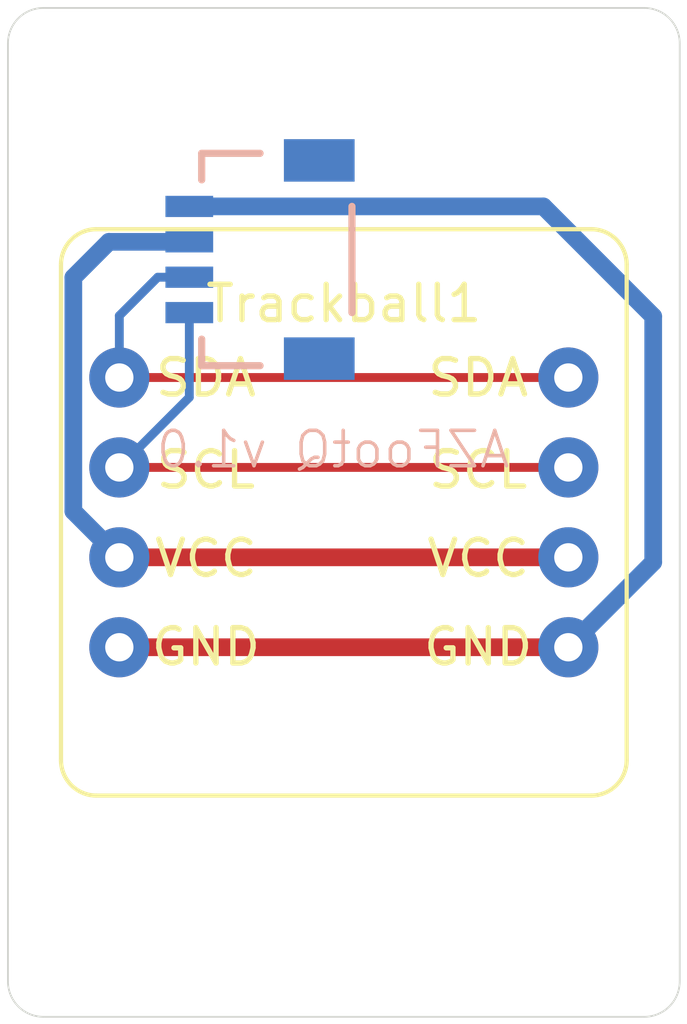
<source format=kicad_pcb>
(kicad_pcb (version 20241229) (generator "pcbnew") (generator_version "9.0")
  (layers (0 "F.Cu" signal) (2 "B.Cu" signal) (13 "F.Paste" user) (15 "B.Paste" user) (5 "F.SilkS" user "F.Silkscreen") (7 "B.SilkS" user "B.Silkscreen") (1 "F.Mask" user) (3 "B.Mask" user) (25 "Edge.Cuts" user))
  (net 0 "")
  (net 1 "VCC")
  (net 2 "SCL")
  (net 3 "GND")
  (net 4 "SDA")
  (footprint "kicad:AZ1UBALL" (layer "F.Cu") (at 30.9563 101.2031)
    (property "Reference" "Trackball1" (at 0 -5.9 180) (layer "F.SilkS"))
    (property "Value" "az1uball")
    (fp_line (start -8 7) (end -8 -7) (stroke (width 0.12)) (layer "F.SilkS"))
    (fp_line (start -7 -8) (end 7 -8) (stroke (width 0.12)) (layer "F.SilkS"))
    (fp_line (start 7 8) (end -7 8) (stroke (width 0.12)) (layer "F.SilkS"))
    (fp_line (start 8 -7) (end 8 7) (stroke (width 0.12)) (layer "F.SilkS"))
    (fp_arc (start -8 -7) (mid -7.707107 -7.707107) (end -7 -8) (stroke (width 0.12)) (layer "F.SilkS"))
    (fp_arc (start -7 8) (mid -7.707107 7.707107) (end -8 7) (stroke (width 0.12)) (layer "F.SilkS"))
    (fp_arc (start 7 -8) (mid 7.707107 -7.707107) (end 8 -7) (stroke (width 0.12)) (layer "F.SilkS"))
    (fp_arc (start 8 7) (mid 7.707107 7.707107) (end 7 8) (stroke (width 0.12)) (layer "F.SilkS"))
    (fp_text user "SCL" (at 3.8 -1.2 0) (layer "F.SilkS"))
    (fp_text user "VCC" (at 3.8 1.3 0) (layer "F.SilkS"))
    (fp_text user "SDA" (at 3.8 -3.8 0) (layer "F.SilkS"))
    (fp_text user "GND" (at -3.9 3.8 0) (layer "F.SilkS"))
    (fp_text user "SDA" (at -3.9 -3.8 0) (layer "F.SilkS"))
    (fp_text user "VCC" (at -3.9 1.3 0) (layer "F.SilkS"))
    (fp_text user "GND" (at 3.8 3.8 0) (layer "F.SilkS"))
    (fp_text user "SCL" (at -3.9 -1.2 0) (layer "F.SilkS"))
    (pad "1" thru_hole circle (at -6.35 -3.81) (size 1.7 1.7) (drill 0.8) (layers "*.Cu" "*.Mask") (net 4 "SDA"))
    (pad "1" thru_hole circle (at 6.35 -3.81) (size 1.7 1.7) (drill 0.8) (layers "*.Cu" "*.Mask") (net 4 "SDA"))
    (pad "2" thru_hole circle (at -6.35 -1.27) (size 1.7 1.7) (drill 0.8) (layers "*.Cu" "*.Mask") (net 2 "SCL"))
    (pad "2" thru_hole circle (at 6.35 -1.27) (size 1.7 1.7) (drill 0.8) (layers "*.Cu" "*.Mask") (net 2 "SCL"))
    (pad "3" thru_hole circle (at -6.35 1.27) (size 1.7 1.7) (drill 0.8) (layers "*.Cu" "*.Mask") (net 1 "VCC"))
    (pad "3" thru_hole circle (at 6.35 1.27) (size 1.7 1.7) (drill 0.8) (layers "*.Cu" "*.Mask") (net 1 "VCC"))
    (pad "4" thru_hole circle (at -6.35 3.81) (size 1.7 1.7) (drill 0.8) (layers "*.Cu" "*.Mask") (net 3 "GND"))
    (pad "4" thru_hole circle (at 6.35 3.81) (size 1.7 1.7) (drill 0.8) (layers "*.Cu" "*.Mask") (net 3 "GND"))
  )
  (footprint "Rikkodo_FootPrint:rkd_Point_Cut" (layer "F.Cu") (at 30.9563 101.2031)
    (property "Reference" "M1" (hide yes))
    (property "Value" "Mark" (hide yes))
    (fp_line (start -9.5 -13.25) (end -9.5 13.25) (stroke (width 0.05)) (layer "Edge.Cuts"))
    (fp_line (start -8.5 -14.25) (end 8.5 -14.25) (stroke (width 0.05)) (layer "Edge.Cuts"))
    (fp_line (start 8.5 14.25) (end -8.5 14.25) (stroke (width 0.05)) (layer "Edge.Cuts"))
    (fp_line (start 9.5 -13.25) (end 9.5 13.25) (stroke (width 0.05)) (layer "Edge.Cuts"))
    (fp_arc (start -9.5 -13.25) (mid -9.207107 -13.957107) (end -8.5 -14.25) (stroke (width 0.05)) (layer "Edge.Cuts"))
    (fp_arc (start -8.5 14.25) (mid -9.207107 13.957107) (end -9.5 13.25) (stroke (width 0.05)) (layer "Edge.Cuts"))
    (fp_arc (start 8.5 -14.25) (mid 9.207107 -13.957107) (end 9.5 -13.25) (stroke (width 0.05)) (layer "Edge.Cuts"))
    (fp_arc (start 9.5 13.25) (mid 9.207107 13.957107) (end 8.5 14.25) (stroke (width 0.05)) (layer "Edge.Cuts"))
    (pad "" np_thru_hole circle (at -7.25 -12) (size 2.2 2.2) (drill 2.2) (layers "*.Cu" "*.Mask"))
    (pad "" np_thru_hole circle (at -7.25 12) (size 2.2 2.2) (drill 2.2) (layers "*.Cu" "*.Mask"))
    (pad "" np_thru_hole circle (at 7.25 -12) (size 2.2 2.2) (drill 2.2) (layers "*.Cu" "*.Mask"))
    (pad "" np_thru_hole circle (at 7.25 12) (size 2.2 2.2) (drill 2.2) (layers "*.Cu" "*.Mask"))
  )
  (footprint "SparkFun-Connector:JST_SMD_1.0mm-4_Black" (layer "B.Cu") (at 26.586 94.059375 -90)
    (property "Reference" "J1")
    (property "Value" "Qwiic_RA")
    (fp_line (start -3 -0.35) (end -3 -2) (stroke (width 0.2032)) (layer "B.SilkS"))
    (fp_line (start -2.25 -0.35) (end -3 -0.35) (stroke (width 0.2032)) (layer "B.SilkS"))
    (fp_line (start 3 -0.35) (end 2.25 -0.35) (stroke (width 0.2032)) (layer "B.SilkS"))
    (fp_line (start 3 -2) (end 3 -0.35) (stroke (width 0.2032)) (layer "B.SilkS"))
    (fp_line (start 1.5 -4.6) (end -1.5 -4.6) (stroke (width 0.2032)) (layer "B.SilkS"))
    (pad "1" smd rect (at -1.5 0 270) (size 0.6 1.35) (layers "B.Cu" "B.Mask" "B.Paste") (net 3 "GND"))
    (pad "2" smd rect (at -0.5 0 270) (size 0.6 1.35) (layers "B.Cu" "B.Mask" "B.Paste") (net 1 "VCC"))
    (pad "3" smd rect (at 0.5 0 270) (size 0.6 1.35) (layers "B.Cu" "B.Mask" "B.Paste") (net 4 "SDA"))
    (pad "4" smd rect (at 1.5 0 270) (size 0.6 1.35) (layers "B.Cu" "B.Mask" "B.Paste") (net 2 "SCL"))
    (pad "NC1" smd rect (at 2.8 -3.675 270) (size 1.2 2) (layers "B.Cu" "B.Mask" "B.Paste"))
    (pad "NC2" smd rect (at -2.8 -3.675 270) (size 1.2 2) (layers "B.Cu" "B.Mask" "B.Paste"))
  )
  (gr_text "AZFootQ v1.0" (at 35.71875 100.0125 0) (layer "B.SilkS") (effects (font (size 1 1) (thickness 0.1)) (justify left bottom mirror)))
  (segment (start 37.3063 102.4731) (end 24.6063 102.4731) (width 0.5) (layer "F.Cu") (net 1))
  (segment (start 23.3063 101.1731) (end 24.6063 102.4731) (width 0.5) (layer "B.Cu") (net 1))
  (segment (start 24.3125 93.559375) (end 23.3063 94.565575) (width 0.5) (layer "B.Cu") (net 1))
  (segment (start 23.3063 94.565575) (end 23.3063 101.1731) (width 0.5) (layer "B.Cu") (net 1))
  (segment (start 26.586 93.559375) (end 24.3125 93.559375) (width 0.5) (layer "B.Cu") (net 1))
  (segment (start 24.6063 99.9331) (end 37.3063 99.9331) (width 0.25) (layer "F.Cu") (net 2))
  (segment (start 26.586 95.559375) (end 26.586 97.9534) (width 0.25) (layer "B.Cu") (net 2))
  (segment (start 26.586 97.9534) (end 24.6063 99.9331) (width 0.25) (layer "B.Cu") (net 2))
  (segment (start 24.6063 105.0131) (end 37.3063 105.0131) (width 0.5) (layer "F.Cu") (net 3))
  (segment (start 39.7063 102.6131) (end 39.7063 95.665675) (width 0.5) (layer "B.Cu") (net 3))
  (segment (start 37.3063 105.0131) (end 39.7063 102.6131) (width 0.5) (layer "B.Cu") (net 3))
  (segment (start 36.6 92.559375) (end 26.586 92.559375) (width 0.5) (layer "B.Cu") (net 3))
  (segment (start 39.7063 95.665675) (end 36.6 92.559375) (width 0.5) (layer "B.Cu") (net 3))
  (segment (start 24.6063 97.3931) (end 37.3063 97.3931) (width 0.25) (layer "F.Cu") (net 4))
  (segment (start 25.69375 94.559375) (end 26.586 94.559375) (width 0.25) (layer "B.Cu") (net 4))
  (segment (start 24.6063 97.3931) (end 24.6063 95.646825) (width 0.25) (layer "B.Cu") (net 4))
  (segment (start 24.6063 95.646825) (end 25.69375 94.559375) (width 0.25) (layer "B.Cu") (net 4))
)
</source>
